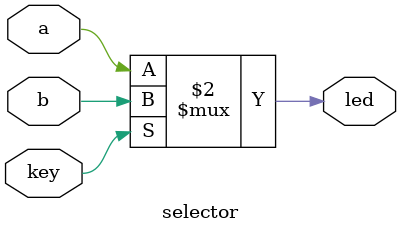
<source format=v>
`timescale 1ns / 1ps


module selector(a,b,key,led);
    input a;
    input b;
    input key;
    output led;
    
    assign led=(key==0)?a:b;
 
endmodule

</source>
